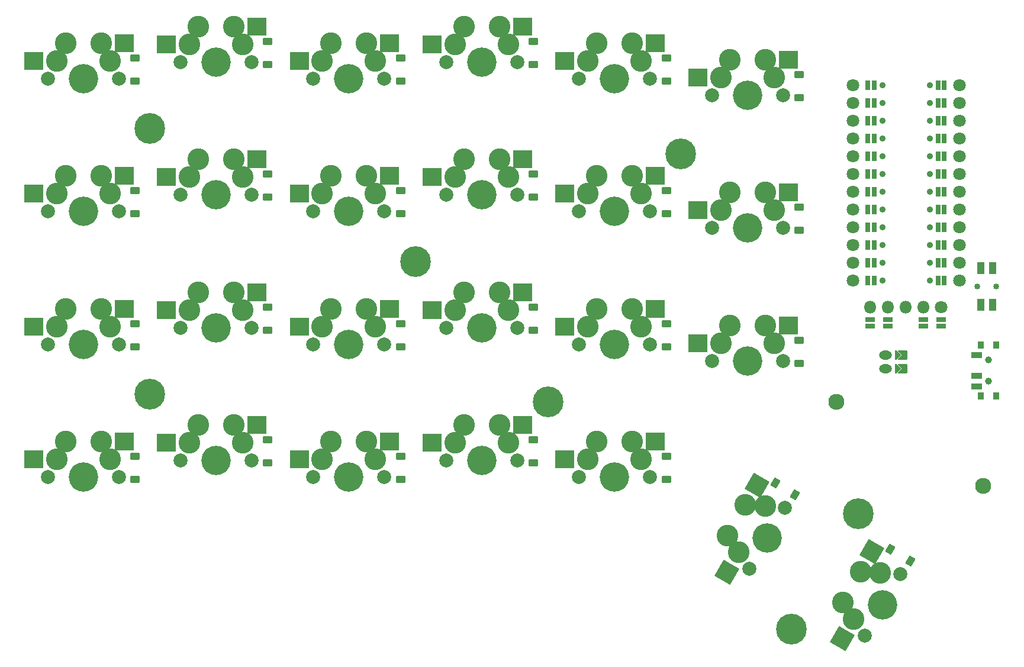
<source format=gbr>
%TF.GenerationSoftware,KiCad,Pcbnew,9.0.2*%
%TF.CreationDate,2025-06-21T10:35:40+08:00*%
%TF.ProjectId,eggada50_wireless_manually_routed,65676761-6461-4353-905f-776972656c65,0.2*%
%TF.SameCoordinates,Original*%
%TF.FileFunction,Soldermask,Bot*%
%TF.FilePolarity,Negative*%
%FSLAX46Y46*%
G04 Gerber Fmt 4.6, Leading zero omitted, Abs format (unit mm)*
G04 Created by KiCad (PCBNEW 9.0.2) date 2025-06-21 10:35:40*
%MOMM*%
%LPD*%
G01*
G04 APERTURE LIST*
G04 Aperture macros list*
%AMRoundRect*
0 Rectangle with rounded corners*
0 $1 Rounding radius*
0 $2 $3 $4 $5 $6 $7 $8 $9 X,Y pos of 4 corners*
0 Add a 4 corners polygon primitive as box body*
4,1,4,$2,$3,$4,$5,$6,$7,$8,$9,$2,$3,0*
0 Add four circle primitives for the rounded corners*
1,1,$1+$1,$2,$3*
1,1,$1+$1,$4,$5*
1,1,$1+$1,$6,$7*
1,1,$1+$1,$8,$9*
0 Add four rect primitives between the rounded corners*
20,1,$1+$1,$2,$3,$4,$5,0*
20,1,$1+$1,$4,$5,$6,$7,0*
20,1,$1+$1,$6,$7,$8,$9,0*
20,1,$1+$1,$8,$9,$2,$3,0*%
%AMFreePoly0*
4,1,16,0.635355,0.285355,0.650000,0.250000,0.650000,-1.000000,0.635355,-1.035355,0.600000,-1.050000,0.564645,-1.035355,0.000000,-0.470710,-0.564645,-1.035355,-0.600000,-1.050000,-0.635355,-1.035355,-0.650000,-1.000000,-0.650000,0.250000,-0.635355,0.285355,-0.600000,0.300000,0.600000,0.300000,0.635355,0.285355,0.635355,0.285355,$1*%
%AMFreePoly1*
4,1,14,0.035355,0.435355,0.635355,-0.164645,0.650000,-0.200000,0.650000,-0.400000,0.635355,-0.435355,0.600000,-0.450000,-0.600000,-0.450000,-0.635355,-0.435355,-0.650000,-0.400000,-0.650000,-0.200000,-0.635355,-0.164645,-0.035355,0.435355,0.000000,0.450000,0.035355,0.435355,0.035355,0.435355,$1*%
G04 Aperture macros list end*
%ADD10C,2.000000*%
%ADD11C,3.100000*%
%ADD12C,4.200000*%
%ADD13O,1.800000X1.800000*%
%ADD14C,1.800000*%
%ADD15RoundRect,0.050000X-0.600000X0.300000X-0.600000X-0.300000X0.600000X-0.300000X0.600000X0.300000X0*%
%ADD16C,4.400000*%
%ADD17RoundRect,0.050000X-0.400000X0.500000X-0.400000X-0.500000X0.400000X-0.500000X0.400000X0.500000X0*%
%ADD18C,1.000000*%
%ADD19RoundRect,0.050000X-0.750000X0.350000X-0.750000X-0.350000X0.750000X-0.350000X0.750000X0.350000X0*%
%ADD20RoundRect,0.050000X-0.300000X-0.600000X0.300000X-0.600000X0.300000X0.600000X-0.300000X0.600000X0*%
%ADD21C,0.900000*%
%ADD22FreePoly0,270.000000*%
%ADD23O,1.850000X1.300000*%
%ADD24FreePoly1,270.000000*%
%ADD25C,2.300000*%
%ADD26C,0.850000*%
%ADD27RoundRect,0.050000X0.500000X-0.775000X0.500000X0.775000X-0.500000X0.775000X-0.500000X-0.775000X0*%
%ADD28RoundRect,0.050000X0.600000X-0.450000X0.600000X0.450000X-0.600000X0.450000X-0.600000X-0.450000X0*%
%ADD29RoundRect,0.050000X-1.275000X-1.250000X1.275000X-1.250000X1.275000X1.250000X-1.275000X1.250000X0*%
%ADD30RoundRect,0.050000X0.689711X0.294615X-0.089711X0.744615X-0.689711X-0.294615X0.089711X-0.744615X0*%
%ADD31RoundRect,0.050000X0.445032X-1.729182X1.720032X0.479182X-0.445032X1.729182X-1.720032X-0.479182X0*%
G04 APERTURE END LIST*
D10*
%TO.C,S31*%
X113920000Y-78625000D03*
D11*
X116460000Y-73545000D03*
D12*
X119000000Y-78625000D03*
D11*
X122810000Y-76085000D03*
D10*
X124080000Y-78625000D03*
%TD*%
%TO.C,S50*%
X211764483Y-122639409D03*
D11*
X208635074Y-117899705D03*
D12*
X214304483Y-118240000D03*
D11*
X214009778Y-113670443D03*
D10*
X216844483Y-113840591D03*
%TD*%
D13*
%TO.C,DISP1*%
X212567000Y-75700000D03*
X215107000Y-75700000D03*
X217647000Y-75700000D03*
X220187000Y-75700000D03*
D14*
X222727000Y-75700000D03*
D15*
X222727000Y-78350000D03*
X220187000Y-78350000D03*
X215107000Y-78350000D03*
X212567000Y-78350000D03*
X222727000Y-77450000D03*
X220187000Y-77450000D03*
X215107000Y-77450000D03*
X212567000Y-77450000D03*
%TD*%
D16*
%TO.C,MH7*%
X166468000Y-89261000D03*
%TD*%
D17*
%TO.C,PWR1*%
X228415000Y-81100000D03*
X228415000Y-88400000D03*
D18*
X229525000Y-83250000D03*
X229525000Y-86250000D03*
D17*
X230625000Y-81100000D03*
X230625000Y-88400000D03*
D19*
X227765000Y-82500000D03*
X227765000Y-85500000D03*
X227765000Y-87000000D03*
%TD*%
D10*
%TO.C,S33*%
X113920000Y-40625000D03*
D11*
X116460000Y-35545000D03*
D12*
X119000000Y-40625000D03*
D11*
X122810000Y-38085000D03*
D10*
X124080000Y-40625000D03*
%TD*%
%TO.C,S26*%
X94920000Y-100000000D03*
D11*
X97460000Y-94920000D03*
D12*
X100000000Y-100000000D03*
D11*
X103810000Y-97460000D03*
D10*
X105080000Y-100000000D03*
%TD*%
%TO.C,S43*%
X170920000Y-81000000D03*
D11*
X173460000Y-75920000D03*
D12*
X176000000Y-81000000D03*
D11*
X179810000Y-78460000D03*
D10*
X181080000Y-81000000D03*
%TD*%
D20*
%TO.C,MCU1*%
X223184000Y-43920000D03*
D14*
X225324000Y-43920000D03*
D20*
X223184000Y-46460000D03*
D14*
X225324000Y-46460000D03*
D20*
X223184000Y-49000000D03*
D14*
X225324000Y-49000000D03*
D20*
X223184000Y-51540000D03*
D14*
X225324000Y-51540000D03*
D20*
X223184000Y-54080000D03*
D14*
X225324000Y-54080000D03*
D20*
X223184000Y-56620000D03*
D14*
X225324000Y-56620000D03*
D20*
X223184000Y-59160000D03*
D14*
X225324000Y-59160000D03*
D20*
X223184000Y-61700000D03*
D14*
X225324000Y-61700000D03*
D20*
X223184000Y-64240000D03*
D14*
X225324000Y-64240000D03*
D20*
X223184000Y-66780000D03*
D14*
X225324000Y-66780000D03*
D20*
X223184000Y-69320000D03*
D14*
X225324000Y-69320000D03*
D20*
X223184000Y-71860000D03*
D14*
X225324000Y-71860000D03*
X210084000Y-71860000D03*
D20*
X212224000Y-71860000D03*
D14*
X210084000Y-69320000D03*
D20*
X212224000Y-69320000D03*
D14*
X210084000Y-66780000D03*
D20*
X212224000Y-66780000D03*
D14*
X210084000Y-64240000D03*
D20*
X212224000Y-64240000D03*
D14*
X210084000Y-61700000D03*
D20*
X212224000Y-61700000D03*
D14*
X210084000Y-59160000D03*
D20*
X212224000Y-59160000D03*
D14*
X210084000Y-56620000D03*
D20*
X212224000Y-56620000D03*
D14*
X210084000Y-54080000D03*
D20*
X212224000Y-54080000D03*
D14*
X210084000Y-51540000D03*
D20*
X212224000Y-51540000D03*
D14*
X210084000Y-49000000D03*
D20*
X212224000Y-49000000D03*
D14*
X210084000Y-46460000D03*
D20*
X212224000Y-46460000D03*
D14*
X210084000Y-43920000D03*
D20*
X212224000Y-43920000D03*
X213124000Y-43920000D03*
D21*
X221104000Y-43920000D03*
D20*
X213124000Y-46460000D03*
D21*
X221104000Y-46460000D03*
D20*
X213124000Y-49000000D03*
D21*
X221104000Y-49000000D03*
D20*
X213124000Y-51540000D03*
D21*
X221104000Y-51540000D03*
D20*
X213124000Y-54080000D03*
D21*
X221104000Y-54080000D03*
D20*
X213124000Y-56620000D03*
D21*
X221104000Y-56620000D03*
D20*
X213124000Y-59160000D03*
D21*
X221104000Y-59160000D03*
D20*
X213124000Y-61700000D03*
D21*
X221104000Y-61700000D03*
D20*
X213124000Y-64240000D03*
D21*
X221104000Y-64240000D03*
D20*
X213124000Y-66780000D03*
D21*
X221104000Y-66780000D03*
D20*
X213124000Y-69320000D03*
D21*
X221104000Y-69320000D03*
D20*
X213124000Y-71860000D03*
D21*
X221104000Y-71860000D03*
X214304000Y-71860000D03*
D20*
X222284000Y-71860000D03*
D21*
X214304000Y-69320000D03*
D20*
X222284000Y-69320000D03*
D21*
X214304000Y-66780000D03*
D20*
X222284000Y-66780000D03*
D21*
X214304000Y-64240000D03*
D20*
X222284000Y-64240000D03*
D21*
X214304000Y-61700000D03*
D20*
X222284000Y-61700000D03*
D21*
X214304000Y-59160000D03*
D20*
X222284000Y-59160000D03*
D21*
X214304000Y-56620000D03*
D20*
X222284000Y-56620000D03*
D21*
X214304000Y-54080000D03*
D20*
X222284000Y-54080000D03*
D21*
X214304000Y-51540000D03*
D20*
X222284000Y-51540000D03*
D21*
X214304000Y-49000000D03*
D20*
X222284000Y-49000000D03*
D21*
X214304000Y-46460000D03*
D20*
X222284000Y-46460000D03*
D21*
X214304000Y-43920000D03*
D20*
X222284000Y-43920000D03*
%TD*%
D10*
%TO.C,S38*%
X151920000Y-97625000D03*
D11*
X154460000Y-92545000D03*
D12*
X157000000Y-97625000D03*
D11*
X160810000Y-95085000D03*
D10*
X162080000Y-97625000D03*
%TD*%
%TO.C,S29*%
X94920000Y-43000000D03*
D11*
X97460000Y-37920000D03*
D12*
X100000000Y-43000000D03*
D11*
X103810000Y-40460000D03*
D10*
X105080000Y-43000000D03*
%TD*%
%TO.C,S46*%
X189920000Y-83375000D03*
D11*
X192460000Y-78295000D03*
D12*
X195000000Y-83375000D03*
D11*
X198810000Y-80835000D03*
D10*
X200080000Y-83375000D03*
%TD*%
%TO.C,S34*%
X132920000Y-100000000D03*
D11*
X135460000Y-94920000D03*
D12*
X138000000Y-100000000D03*
D11*
X141810000Y-97460000D03*
D10*
X143080000Y-100000000D03*
%TD*%
D22*
%TO.C,JST1*%
X217566000Y-82500000D03*
X217566000Y-84500000D03*
D23*
X214750000Y-84500000D03*
X214750000Y-82500000D03*
D24*
X216550000Y-84500000D03*
X216550000Y-82500000D03*
%TD*%
D10*
%TO.C,S40*%
X151920000Y-59625000D03*
D11*
X154460000Y-54545000D03*
D12*
X157000000Y-59625000D03*
D11*
X160810000Y-57085000D03*
D10*
X162080000Y-59625000D03*
%TD*%
%TO.C,S48*%
X189920000Y-45375000D03*
D11*
X192460000Y-40295000D03*
D12*
X195000000Y-45375000D03*
D11*
X198810000Y-42835000D03*
D10*
X200080000Y-45375000D03*
%TD*%
%TO.C,S39*%
X151920000Y-78625000D03*
D11*
X154460000Y-73545000D03*
D12*
X157000000Y-78625000D03*
D11*
X160810000Y-76085000D03*
D10*
X162080000Y-78625000D03*
%TD*%
D25*
%TO.C,MH1*%
X207762000Y-89226000D03*
%TD*%
D10*
%TO.C,S44*%
X170920000Y-62000000D03*
D11*
X173460000Y-56920000D03*
D12*
X176000000Y-62000000D03*
D11*
X179810000Y-59460000D03*
D10*
X181080000Y-62000000D03*
%TD*%
D25*
%TO.C,MH2*%
X228694000Y-101245000D03*
%TD*%
D10*
%TO.C,S47*%
X189920000Y-64375000D03*
D11*
X192460000Y-59295000D03*
D12*
X195000000Y-64375000D03*
D11*
X198810000Y-61835000D03*
D10*
X200080000Y-64375000D03*
%TD*%
%TO.C,S35*%
X132920000Y-81000000D03*
D11*
X135460000Y-75920000D03*
D12*
X138000000Y-81000000D03*
D11*
X141810000Y-78460000D03*
D10*
X143080000Y-81000000D03*
%TD*%
D16*
%TO.C,MH3*%
X109500000Y-50125000D03*
%TD*%
D10*
%TO.C,S32*%
X113920000Y-59625000D03*
D11*
X116460000Y-54545000D03*
D12*
X119000000Y-59625000D03*
D11*
X122810000Y-57085000D03*
D10*
X124080000Y-59625000D03*
%TD*%
%TO.C,S36*%
X132920000Y-62000000D03*
D11*
X135460000Y-56920000D03*
D12*
X138000000Y-62000000D03*
D11*
X141810000Y-59460000D03*
D10*
X143080000Y-62000000D03*
%TD*%
%TO.C,S49*%
X195310000Y-113139409D03*
D11*
X192180591Y-108399705D03*
D12*
X197850000Y-108740000D03*
D11*
X197555295Y-104170443D03*
D10*
X200390000Y-104340591D03*
%TD*%
%TO.C,S28*%
X94920000Y-62000000D03*
D11*
X97460000Y-56920000D03*
D12*
X100000000Y-62000000D03*
D11*
X103810000Y-59460000D03*
D10*
X105080000Y-62000000D03*
%TD*%
D16*
%TO.C,MH5*%
X185468000Y-53736000D03*
%TD*%
%TO.C,MH8*%
X210827241Y-105262759D03*
%TD*%
%TO.C,MH9*%
X201327241Y-121717241D03*
%TD*%
D26*
%TO.C,RST1*%
X230625000Y-72750000D03*
X227875000Y-72750000D03*
D27*
X230100000Y-70125000D03*
X228400000Y-70125000D03*
X230100000Y-75375000D03*
X228400000Y-75375000D03*
%TD*%
D10*
%TO.C,S37*%
X132920000Y-43000000D03*
D11*
X135460000Y-37920000D03*
D12*
X138000000Y-43000000D03*
D11*
X141810000Y-40460000D03*
D10*
X143080000Y-43000000D03*
%TD*%
D16*
%TO.C,MH6*%
X147500000Y-69125000D03*
%TD*%
D10*
%TO.C,S30*%
X113920000Y-97625000D03*
D11*
X116460000Y-92545000D03*
D12*
X119000000Y-97625000D03*
D11*
X122810000Y-95085000D03*
D10*
X124080000Y-97625000D03*
%TD*%
%TO.C,S42*%
X170920000Y-100000000D03*
D11*
X173460000Y-94920000D03*
D12*
X176000000Y-100000000D03*
D11*
X179810000Y-97460000D03*
D10*
X181080000Y-100000000D03*
%TD*%
%TO.C,S27*%
X94920000Y-81000000D03*
D11*
X97460000Y-75920000D03*
D12*
X100000000Y-81000000D03*
D11*
X103810000Y-78460000D03*
D10*
X105080000Y-81000000D03*
%TD*%
%TO.C,S45*%
X170920000Y-43000000D03*
D11*
X173460000Y-37920000D03*
D12*
X176000000Y-43000000D03*
D11*
X179810000Y-40460000D03*
D10*
X181080000Y-43000000D03*
%TD*%
D16*
%TO.C,MH4*%
X109500000Y-88125000D03*
%TD*%
D10*
%TO.C,S41*%
X151920000Y-40625000D03*
D11*
X154460000Y-35545000D03*
D12*
X157000000Y-40625000D03*
D11*
X160810000Y-38085000D03*
D10*
X162080000Y-40625000D03*
%TD*%
D28*
%TO.C,D12*%
X145400000Y-43325000D03*
X145400000Y-40025000D03*
%TD*%
D10*
%TO.C,S23*%
X189920000Y-45375000D03*
D11*
X191190000Y-42835000D03*
D12*
X195000000Y-45375000D03*
D11*
X197540000Y-40295000D03*
D10*
X200080000Y-45375000D03*
D29*
X187915000Y-42835000D03*
X200842000Y-40295000D03*
%TD*%
D28*
%TO.C,D21*%
X202400000Y-83700000D03*
X202400000Y-80400000D03*
%TD*%
D10*
%TO.C,S22*%
X189920000Y-64375000D03*
D11*
X191190000Y-61835000D03*
D12*
X195000000Y-64375000D03*
D11*
X197540000Y-59295000D03*
D10*
X200080000Y-64375000D03*
D29*
X187915000Y-61835000D03*
X200842000Y-59295000D03*
%TD*%
D30*
%TO.C,D24*%
X201831458Y-102493912D03*
X198973574Y-100843912D03*
%TD*%
D28*
%TO.C,D9*%
X145400000Y-100325000D03*
X145400000Y-97025000D03*
%TD*%
%TO.C,D3*%
X107400000Y-62325000D03*
X107400000Y-59025000D03*
%TD*%
D10*
%TO.C,S9*%
X132920000Y-100000000D03*
D11*
X134190000Y-97460000D03*
D12*
X138000000Y-100000000D03*
D11*
X140540000Y-94920000D03*
D10*
X143080000Y-100000000D03*
D29*
X130915000Y-97460000D03*
X143842000Y-94920000D03*
%TD*%
D10*
%TO.C,S17*%
X170920000Y-100000000D03*
D11*
X172190000Y-97460000D03*
D12*
X176000000Y-100000000D03*
D11*
X178540000Y-94920000D03*
D10*
X181080000Y-100000000D03*
D29*
X168915000Y-97460000D03*
X181842000Y-94920000D03*
%TD*%
D10*
%TO.C,S7*%
X113920000Y-59625000D03*
D11*
X115190000Y-57085000D03*
D12*
X119000000Y-59625000D03*
D11*
X121540000Y-54545000D03*
D10*
X124080000Y-59625000D03*
D29*
X111915000Y-57085000D03*
X124842000Y-54545000D03*
%TD*%
D28*
%TO.C,D20*%
X183400000Y-43325000D03*
X183400000Y-40025000D03*
%TD*%
D10*
%TO.C,S10*%
X132920000Y-81000000D03*
D11*
X134190000Y-78460000D03*
D12*
X138000000Y-81000000D03*
D11*
X140540000Y-75920000D03*
D10*
X143080000Y-81000000D03*
D29*
X130915000Y-78460000D03*
X143842000Y-75920000D03*
%TD*%
D10*
%TO.C,S5*%
X113920000Y-97625000D03*
D11*
X115190000Y-95085000D03*
D12*
X119000000Y-97625000D03*
D11*
X121540000Y-92545000D03*
D10*
X124080000Y-97625000D03*
D29*
X111915000Y-95085000D03*
X124842000Y-92545000D03*
%TD*%
D10*
%TO.C,S4*%
X94920000Y-43000000D03*
D11*
X96190000Y-40460000D03*
D12*
X100000000Y-43000000D03*
D11*
X102540000Y-37920000D03*
D10*
X105080000Y-43000000D03*
D29*
X92915000Y-40460000D03*
X105842000Y-37920000D03*
%TD*%
D10*
%TO.C,S1*%
X94920000Y-100000000D03*
D11*
X96190000Y-97460000D03*
D12*
X100000000Y-100000000D03*
D11*
X102540000Y-94920000D03*
D10*
X105080000Y-100000000D03*
D29*
X92915000Y-97460000D03*
X105842000Y-94920000D03*
%TD*%
D28*
%TO.C,D17*%
X183400000Y-100325000D03*
X183400000Y-97025000D03*
%TD*%
D10*
%TO.C,S14*%
X151920000Y-78625000D03*
D11*
X153190000Y-76085000D03*
D12*
X157000000Y-78625000D03*
D11*
X159540000Y-73545000D03*
D10*
X162080000Y-78625000D03*
D29*
X149915000Y-76085000D03*
X162842000Y-73545000D03*
%TD*%
D10*
%TO.C,S13*%
X151920000Y-97625000D03*
D11*
X153190000Y-95085000D03*
D12*
X157000000Y-97625000D03*
D11*
X159540000Y-92545000D03*
D10*
X162080000Y-97625000D03*
D29*
X149915000Y-95085000D03*
X162842000Y-92545000D03*
%TD*%
D28*
%TO.C,D6*%
X126400000Y-78950000D03*
X126400000Y-75650000D03*
%TD*%
D10*
%TO.C,S3*%
X94920000Y-62000000D03*
D11*
X96190000Y-59460000D03*
D12*
X100000000Y-62000000D03*
D11*
X102540000Y-56920000D03*
D10*
X105080000Y-62000000D03*
D29*
X92915000Y-59460000D03*
X105842000Y-56920000D03*
%TD*%
D28*
%TO.C,D10*%
X145400000Y-81325000D03*
X145400000Y-78025000D03*
%TD*%
D10*
%TO.C,S15*%
X151920000Y-59625000D03*
D11*
X153190000Y-57085000D03*
D12*
X157000000Y-59625000D03*
D11*
X159540000Y-54545000D03*
D10*
X162080000Y-59625000D03*
D29*
X149915000Y-57085000D03*
X162842000Y-54545000D03*
%TD*%
D28*
%TO.C,D15*%
X164400000Y-59950000D03*
X164400000Y-56650000D03*
%TD*%
%TO.C,D5*%
X126400000Y-97950000D03*
X126400000Y-94650000D03*
%TD*%
%TO.C,D22*%
X202400000Y-64700000D03*
X202400000Y-61400000D03*
%TD*%
D10*
%TO.C,S25*%
X211764483Y-122639409D03*
D11*
X210199778Y-120269557D03*
D12*
X214304483Y-118240000D03*
D11*
X211175074Y-113500295D03*
D10*
X216844483Y-113840591D03*
D31*
X208562278Y-123105790D03*
X212826074Y-110640680D03*
%TD*%
D10*
%TO.C,S12*%
X132920000Y-43000000D03*
D11*
X134190000Y-40460000D03*
D12*
X138000000Y-43000000D03*
D11*
X140540000Y-37920000D03*
D10*
X143080000Y-43000000D03*
D29*
X130915000Y-40460000D03*
X143842000Y-37920000D03*
%TD*%
D10*
%TO.C,S21*%
X189920000Y-83375000D03*
D11*
X191190000Y-80835000D03*
D12*
X195000000Y-83375000D03*
D11*
X197540000Y-78295000D03*
D10*
X200080000Y-83375000D03*
D29*
X187915000Y-80835000D03*
X200842000Y-78295000D03*
%TD*%
D28*
%TO.C,D7*%
X126400000Y-59950000D03*
X126400000Y-56650000D03*
%TD*%
D10*
%TO.C,S16*%
X151920000Y-40625000D03*
D11*
X153190000Y-38085000D03*
D12*
X157000000Y-40625000D03*
D11*
X159540000Y-35545000D03*
D10*
X162080000Y-40625000D03*
D29*
X149915000Y-38085000D03*
X162842000Y-35545000D03*
%TD*%
D10*
%TO.C,S20*%
X170920000Y-43000000D03*
D11*
X172190000Y-40460000D03*
D12*
X176000000Y-43000000D03*
D11*
X178540000Y-37920000D03*
D10*
X181080000Y-43000000D03*
D29*
X168915000Y-40460000D03*
X181842000Y-37920000D03*
%TD*%
D10*
%TO.C,S24*%
X195310000Y-113139409D03*
D11*
X193745295Y-110769557D03*
D12*
X197850000Y-108740000D03*
D11*
X194720591Y-104000295D03*
D10*
X200390000Y-104340591D03*
D31*
X192107795Y-113605790D03*
X196371591Y-101140680D03*
%TD*%
D28*
%TO.C,D16*%
X164400000Y-40950000D03*
X164400000Y-37650000D03*
%TD*%
D10*
%TO.C,S8*%
X113920000Y-40625000D03*
D11*
X115190000Y-38085000D03*
D12*
X119000000Y-40625000D03*
D11*
X121540000Y-35545000D03*
D10*
X124080000Y-40625000D03*
D29*
X111915000Y-38085000D03*
X124842000Y-35545000D03*
%TD*%
D28*
%TO.C,D18*%
X183400000Y-81325000D03*
X183400000Y-78025000D03*
%TD*%
%TO.C,D23*%
X202400000Y-45700000D03*
X202400000Y-42400000D03*
%TD*%
D10*
%TO.C,S2*%
X94920000Y-81000000D03*
D11*
X96190000Y-78460000D03*
D12*
X100000000Y-81000000D03*
D11*
X102540000Y-75920000D03*
D10*
X105080000Y-81000000D03*
D29*
X92915000Y-78460000D03*
X105842000Y-75920000D03*
%TD*%
D28*
%TO.C,D11*%
X145400000Y-62325000D03*
X145400000Y-59025000D03*
%TD*%
D10*
%TO.C,S19*%
X170920000Y-62000000D03*
D11*
X172190000Y-59460000D03*
D12*
X176000000Y-62000000D03*
D11*
X178540000Y-56920000D03*
D10*
X181080000Y-62000000D03*
D29*
X168915000Y-59460000D03*
X181842000Y-56920000D03*
%TD*%
D28*
%TO.C,D8*%
X126400000Y-40950000D03*
X126400000Y-37650000D03*
%TD*%
D10*
%TO.C,S18*%
X170920000Y-81000000D03*
D11*
X172190000Y-78460000D03*
D12*
X176000000Y-81000000D03*
D11*
X178540000Y-75920000D03*
D10*
X181080000Y-81000000D03*
D29*
X168915000Y-78460000D03*
X181842000Y-75920000D03*
%TD*%
D28*
%TO.C,D4*%
X107400000Y-43325000D03*
X107400000Y-40025000D03*
%TD*%
D10*
%TO.C,S6*%
X113920000Y-78625000D03*
D11*
X115190000Y-76085000D03*
D12*
X119000000Y-78625000D03*
D11*
X121540000Y-73545000D03*
D10*
X124080000Y-78625000D03*
D29*
X111915000Y-76085000D03*
X124842000Y-73545000D03*
%TD*%
D10*
%TO.C,S11*%
X132920000Y-62000000D03*
D11*
X134190000Y-59460000D03*
D12*
X138000000Y-62000000D03*
D11*
X140540000Y-56920000D03*
D10*
X143080000Y-62000000D03*
D29*
X130915000Y-59460000D03*
X143842000Y-56920000D03*
%TD*%
D28*
%TO.C,D1*%
X107400000Y-100325000D03*
X107400000Y-97025000D03*
%TD*%
%TO.C,D19*%
X183400000Y-62325000D03*
X183400000Y-59025000D03*
%TD*%
%TO.C,D2*%
X107400000Y-81325000D03*
X107400000Y-78025000D03*
%TD*%
%TO.C,D13*%
X164400000Y-97950000D03*
X164400000Y-94650000D03*
%TD*%
%TO.C,D14*%
X164400000Y-78950000D03*
X164400000Y-75650000D03*
%TD*%
D30*
%TO.C,D25*%
X218285941Y-111993912D03*
X215428057Y-110343912D03*
%TD*%
M02*

</source>
